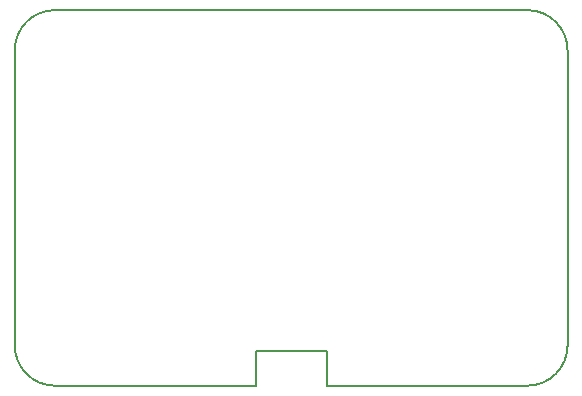
<source format=gbr>
G04 #@! TF.GenerationSoftware,KiCad,Pcbnew,(5.1.10)-1*
G04 #@! TF.CreationDate,2022-10-27T19:37:03-07:00*
G04 #@! TF.ProjectId,Motor_Gen2L,4d6f746f-725f-4476-956e-324c2e6b6963,rev?*
G04 #@! TF.SameCoordinates,Original*
G04 #@! TF.FileFunction,Profile,NP*
%FSLAX46Y46*%
G04 Gerber Fmt 4.6, Leading zero omitted, Abs format (unit mm)*
G04 Created by KiCad (PCBNEW (5.1.10)-1) date 2022-10-27 19:37:03*
%MOMM*%
%LPD*%
G01*
G04 APERTURE LIST*
G04 #@! TA.AperFunction,Profile*
%ADD10C,0.150000*%
G04 #@! TD*
G04 APERTURE END LIST*
D10*
X103000000Y-122000000D02*
X97000000Y-122000000D01*
X103000000Y-124900000D02*
X103000000Y-122000000D01*
X97000000Y-124900000D02*
X97000000Y-122000000D01*
X103000000Y-124900000D02*
X120000000Y-124900000D01*
X123400000Y-121500000D02*
G75*
G02*
X120000000Y-124900000I-3400000J0D01*
G01*
X80000000Y-124900000D02*
G75*
G02*
X76600000Y-121500000I0J3400000D01*
G01*
X120000000Y-93100000D02*
G75*
G02*
X123400000Y-96500000I0J-3400000D01*
G01*
X76600000Y-96500000D02*
G75*
G02*
X80000000Y-93100000I3400000J0D01*
G01*
X76600000Y-96500000D02*
X76600000Y-121500000D01*
X120000000Y-93100000D02*
X80000000Y-93100000D01*
X123400000Y-121500000D02*
X123400000Y-96500000D01*
X80000000Y-124900000D02*
X97000000Y-124900000D01*
M02*

</source>
